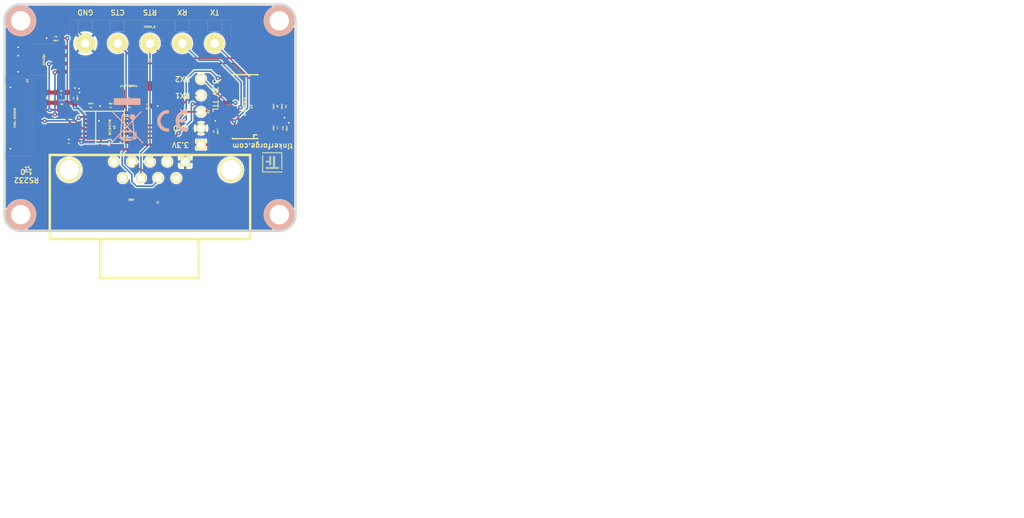
<source format=kicad_pcb>
(kicad_pcb (version 20221018) (generator pcbnew)
  (title_block (title "Serial Bricklet") (date "5 mar 2015") (rev "1.0") (company "Tinkerforge GmbH") (comment 1 "Licensed under CERN OHL v.1.1") (comment 2 "Copyright (©) 2015, B.Nordmeyer <bastian@tinkerforge.com>"))
  (layers (0 "F.Cu" signal "Vorderseite") (31 "B.Cu" signal "Rückseite") (34 "B.Paste" user) (35 "F.Paste" user) (36 "B.SilkS" user "B.Silkscreen") (37 "F.SilkS" user "F.Silkscreen") (38 "B.Mask" user) (39 "F.Mask" user) (44 "Edge.Cuts" user))
  (net 0 "")
  (net 1 "GND")
  (net 2 "SCL")
  (net 3 "SDA")
  (net 4 "VCC")
  (net 5 "Net-(C1-Pad2)")
  (net 6 "Net-(C2-Pad2)")
  (net 7 "Net-(C3-Pad1)")
  (net 8 "Net-(C3-Pad2)")
  (net 9 "Net-(C7-Pad1)")
  (net 10 "Net-(C7-Pad2)")
  (net 11 "Net-(C8-Pad1)")
  (net 12 "Net-(C8-Pad2)")
  (net 13 "Net-(C10-Pad2)")
  (net 14 "Net-(C11-Pad2)")
  (net 15 "Net-(J1-Pad2)")
  (net 16 "Net-(J1-Pad3)")
  (net 17 "Net-(J1-Pad4)")
  (net 18 "Net-(J1-Pad5)")
  (net 19 "Net-(J1-Pad6)")
  (net 20 "Net-(J1-Pad7)")
  (net 21 "Net-(J1-Pad8)")
  (net 22 "Net-(J1-Pad9)")
  (net 23 "Net-(P1-Pad1)")
  (net 24 "Net-(P1-Pad6)")
  (net 25 "Net-(P1-Pad7)")
  (net 26 "Net-(P1-Pad8)")
  (net 27 "Net-(P1-Pad9)")
  (net 28 "Net-(P1-Pad10)")
  (net 29 "Net-(P3-Pad3)")
  (net 30 "Net-(P3-Pad4)")
  (net 31 "Net-(P3-Pad5)")
  (net 32 "Net-(U1-Pad7)")
  (net 33 "Net-(U2-Pad4)")
  (net 34 "Net-(U2-Pad10)")
  (net 35 "Net-(U2-Pad11)")
  (footprint "pin_array_5x1" (layer "F.Cu") (at 155.7 99.7 90)
    (fp_text reference "P3" (at 0 1.2 90) (layer "F.SilkS") (effects (font (size 0.3 0.3) (thickness 0.075))))
    (fp_text value "CONN_5" hide)
    (pad "1" thru_hole rect (at -5.08 0 90) (size 1.524 1.524) (drill 1.016) (layers "*.Cu" "*.Mask" "F.SilkS") (net 4 "VCC"))
    (pad "2" thru_hole circle (at -2.54 0 90) (size 1.524 1.524) (drill 1.016) (layers "*.Cu" "*.Mask" "F.SilkS") (net 1 "GND"))
    (pad "3" thru_hole circle (at 0 0 90) (size 1.524 1.524) (drill 1.016) (layers "*.Cu" "*.Mask" "F.SilkS") (net 29 "Net-(P3-Pad3)"))
    (pad "4" thru_hole circle (at 2.54 0 90) (size 1.524 1.524) (drill 1.016) (layers "*.Cu" "*.Mask" "F.SilkS") (net 30 "Net-(P3-Pad4)"))
    (pad "5" thru_hole circle (at 5.08 0 90) (size 1.524 1.524) (drill 1.016) (layers "*.Cu" "*.Mask" "F.SilkS") (net 31 "Net-(P3-Pad5)"))
  )
  (footprint "0603" (layer "F.Cu") (at 141.7 98.8)
    (fp_text reference "C1" (at 0.05 0.225) (layer "F.SilkS") (effects (font (size 0.2 0.2) (thickness 0.05))))
    (fp_text value "18pF" (at 0.05 -0.375) (layer "F.SilkS") (effects (font (size 0.2 0.2) (thickness 0.05))))
    (pad "1" smd rect (at -0.8001 0) (size 0.8001 0.8001) (layers "F.Cu" "F.Paste" "F.Mask") (net 1 "GND"))
    (pad "2" smd rect (at 0.8001 0) (size 0.8001 0.8001) (layers "F.Cu" "F.Paste" "F.Mask") (net 5 "Net-(C1-Pad2)"))
  )
  (footprint "0603" (layer "F.Cu") (at 147.5 98.8 180)
    (fp_text reference "C2" (at 0.05 0.225 180) (layer "F.SilkS") (effects (font (size 0.2 0.2) (thickness 0.05))))
    (fp_text value "18pF" (at 0.05 -0.375 180) (layer "F.SilkS") (effects (font (size 0.2 0.2) (thickness 0.05))))
    (pad "1" smd rect (at -0.8001 0 180) (size 0.8001 0.8001) (layers "F.Cu" "F.Paste" "F.Mask") (net 1 "GND"))
    (pad "2" smd rect (at 0.8001 0 180) (size 0.8001 0.8001) (layers "F.Cu" "F.Paste" "F.Mask") (net 6 "Net-(C2-Pad2)"))
  )
  (footprint "0603" (layer "F.Cu") (at 132 97.5 -90)
    (fp_text reference "C3" (at 0.05 0.225 270) (layer "F.SilkS") (effects (font (size 0.2 0.2) (thickness 0.05))))
    (fp_text value "100nF" (at 0.05 -0.375 270) (layer "F.SilkS") (effects (font (size 0.2 0.2) (thickness 0.05))))
    (pad "1" smd rect (at -0.8001 0 270) (size 0.8001 0.8001) (layers "F.Cu" "F.Paste" "F.Mask") (net 7 "Net-(C3-Pad1)"))
    (pad "2" smd rect (at 0.8001 0 270) (size 0.8001 0.8001) (layers "F.Cu" "F.Paste" "F.Mask") (net 8 "Net-(C3-Pad2)"))
  )
  (footprint "0603" (layer "F.Cu") (at 136.2 97.5 -90)
    (fp_text reference "C4" (at 0.05 0.225 270) (layer "F.SilkS") (effects (font (size 0.2 0.2) (thickness 0.05))))
    (fp_text value "100nF" (at 0.05 -0.375 270) (layer "F.SilkS") (effects (font (size 0.2 0.2) (thickness 0.05))))
    (pad "1" smd rect (at -0.8001 0 270) (size 0.8001 0.8001) (layers "F.Cu" "F.Paste" "F.Mask") (net 1 "GND"))
    (pad "2" smd rect (at 0.8001 0 270) (size 0.8001 0.8001) (layers "F.Cu" "F.Paste" "F.Mask") (net 4 "VCC"))
  )
  (footprint "0603" (layer "F.Cu") (at 138.6 98.8)
    (fp_text reference "C5" (at 0.05 0.225) (layer "F.SilkS") (effects (font (size 0.2 0.2) (thickness 0.05))))
    (fp_text value "100nF" (at 0.05 -0.375) (layer "F.SilkS") (effects (font (size 0.2 0.2) (thickness 0.05))))
    (pad "1" smd rect (at -0.8001 0) (size 0.8001 0.8001) (layers "F.Cu" "F.Paste" "F.Mask") (net 4 "VCC"))
    (pad "2" smd rect (at 0.8001 0) (size 0.8001 0.8001) (layers "F.Cu" "F.Paste" "F.Mask") (net 1 "GND"))
  )
  (footprint "0603" (layer "F.Cu") (at 133.3 88.3 180)
    (fp_text reference "C6" (at 0.05 0.225 180) (layer "F.SilkS") (effects (font (size 0.2 0.2) (thickness 0.05))))
    (fp_text value "100nF" (at 0.05 -0.375 180) (layer "F.SilkS") (effects (font (size 0.2 0.2) (thickness 0.05))))
    (pad "1" smd rect (at -0.8001 0 180) (size 0.8001 0.8001) (layers "F.Cu" "F.Paste" "F.Mask") (net 4 "VCC"))
    (pad "2" smd rect (at 0.8001 0 180) (size 0.8001 0.8001) (layers "F.Cu" "F.Paste" "F.Mask") (net 1 "GND"))
  )
  (footprint "0603" (layer "F.Cu") (at 167.3 102.2 90)
    (fp_text reference "C7" (at 0.05 0.225 90) (layer "F.SilkS") (effects (font (size 0.2 0.2) (thickness 0.05))))
    (fp_text value "100nF" (at 0.05 -0.375 90) (layer "F.SilkS") (effects (font (size 0.2 0.2) (thickness 0.05))))
    (pad "1" smd rect (at -0.8001 0 90) (size 0.8001 0.8001) (layers "F.Cu" "F.Paste" "F.Mask") (net 9 "Net-(C7-Pad1)"))
    (pad "2" smd rect (at 0.8001 0 90) (size 0.8001 0.8001) (layers "F.Cu" "F.Paste" "F.Mask") (net 10 "Net-(C7-Pad2)"))
  )
  (footprint "0603" (layer "F.Cu") (at 167.3 98.9 90)
    (fp_text reference "C8" (at 0.05 0.225 90) (layer "F.SilkS") (effects (font (size 0.2 0.2) (thickness 0.05))))
    (fp_text value "100nF" (at 0.05 -0.375 90) (layer "F.SilkS") (effects (font (size 0.2 0.2) (thickness 0.05))))
    (pad "1" smd rect (at -0.8001 0 90) (size 0.8001 0.8001) (layers "F.Cu" "F.Paste" "F.Mask") (net 11 "Net-(C8-Pad1)"))
    (pad "2" smd rect (at 0.8001 0 90) (size 0.8001 0.8001) (layers "F.Cu" "F.Paste" "F.Mask") (net 12 "Net-(C8-Pad2)"))
  )
  (footprint "0603" (layer "F.Cu") (at 157.9 102.7 -90)
    (fp_text reference "C9" (at 0.05 0.225 270) (layer "F.SilkS") (effects (font (size 0.2 0.2) (thickness 0.05))))
    (fp_text value "100nF" (at 0.05 -0.375 270) (layer "F.SilkS") (effects (font (size 0.2 0.2) (thickness 0.05))))
    (pad "1" smd rect (at -0.8001 0 270) (size 0.8001 0.8001) (layers "F.Cu" "F.Paste" "F.Mask") (net 1 "GND"))
    (pad "2" smd rect (at 0.8001 0 270) (size 0.8001 0.8001) (layers "F.Cu" "F.Paste" "F.Mask") (net 4 "VCC"))
  )
  (footprint "0603" (layer "F.Cu") (at 168.6 102.2 -90)
    (fp_text reference "C10" (at 0.05 0.225 270) (layer "F.SilkS") (effects (font (size 0.2 0.2) (thickness 0.05))))
    (fp_text value "100nF" (at 0.05 -0.375 270) (layer "F.SilkS") (effects (font (size 0.2 0.2) (thickness 0.05))))
    (pad "1" smd rect (at -0.8001 0 270) (size 0.8001 0.8001) (layers "F.Cu" "F.Paste" "F.Mask") (net 1 "GND"))
    (pad "2" smd rect (at 0.8001 0 270) (size 0.8001 0.8001) (layers "F.Cu" "F.Paste" "F.Mask") (net 13 "Net-(C10-Pad2)"))
  )
  (footprint "0603" (layer "F.Cu") (at 168.6 98.9 90)
    (fp_text reference "C11" (at 0.05 0.225 90) (layer "F.SilkS") (effects (font (size 0.2 0.2) (thickness 0.05))))
    (fp_text value "100nF" (at 0.05 -0.375 90) (layer "F.SilkS") (effects (font (size 0.2 0.2) (thickness 0.05))))
    (pad "1" smd rect (at -0.8001 0 90) (size 0.8001 0.8001) (layers "F.Cu" "F.Paste" "F.Mask") (net 1 "GND"))
    (pad "2" smd rect (at 0.8001 0 90) (size 0.8001 0.8001) (layers "F.Cu" "F.Paste" "F.Mask") (net 14 "Net-(C11-Pad2)"))
  )
  (footprint "0603" (layer "F.Cu") (at 134.1 98.3)
    (fp_text reference "FB1" (at 0.05 0.225) (layer "F.SilkS") (effects (font (size 0.2 0.2) (thickness 0.05))))
    (fp_text value "FILTER" (at 0.05 -0.375) (layer "F.SilkS") (effects (font (size 0.2 0.2) (thickness 0.05))))
    (pad "1" smd rect (at -0.8001 0) (size 0.8001 0.8001) (layers "F.Cu" "F.Paste" "F.Mask") (net 8 "Net-(C3-Pad2)"))
    (pad "2" smd rect (at 0.8001 0) (size 0.8001 0.8001) (layers "F.Cu" "F.Paste" "F.Mask") (net 4 "VCC"))
  )
  (footprint "SUB09-EU" (layer "F.Cu") (at 147.8 107.4 180)
    (fp_text reference "J1" (at -1.2 -6.3 180) (layer "F.SilkS") (effects (font (size 0.3 0.3) (thickness 0.075))))
    (fp_text value "DB9" (at 2.9 -5.9 180) (layer "F.SilkS") (effects (font (size 0.3 0.3) (thickness 0.075))))
    (pad "" thru_hole circle (at -12.49934 -1.27 180) (size 3.81 3.81) (drill 3.048) (layers "*.Cu" "*.Mask" "F.SilkS"))
    (pad "" thru_hole circle (at 12.49934 -1.27 180) (size 3.81 3.81) (drill 3.048) (layers "*.Cu" "*.Mask" "F.SilkS"))
    (pad "1" thru_hole rect (at -5.461 0 180) (size 1.524 1.524) (drill 1.016) (layers "*.Cu" "*.Mask" "F.SilkS") (net 1 "GND"))
    (pad "2" thru_hole circle (at -2.667 0 180) (size 1.524 1.524) (drill 1.016) (layers "*.Cu" "*.Mask" "F.SilkS") (net 15 "Net-(J1-Pad2)"))
    (pad "3" thru_hole circle (at 0 0 180) (size 1.524 1.524) (drill 1.016) (layers "*.Cu" "*.Mask" "F.SilkS") (net 16 "Net-(J1-Pad3)"))
    (pad "4" thru_hole circle (at 2.794 0 180) (size 1.524 1.524) (drill 1.016) (layers "*.Cu" "*.Mask" "F.SilkS") (net 17 "Net-(J1-Pad4)"))
    (pad "5" thru_hole circle (at 5.588 0 180) (size 1.524 1.524) (drill 1.016) (layers "*.Cu" "*.Mask" "F.SilkS") (net 18 "Net-(J1-Pad5)"))
    (pad "6" thru_hole circle (at -4.064 -2.54 180) (size 1.524 1.524) (drill 1.016) (layers "*.Cu" "*.Mask" "F.SilkS") (net 19 "Net-(J1-Pad6)"))
    (pad "7" thru_hole circle (at -1.27 -2.54 180) (size 1.524 1.524) (drill 1.016) (layers "*.Cu" "*.Mask" "F.SilkS") (net 20 "Net-(J1-Pad7)"))
    (pad "8" thru_hole circle (at 1.397 -2.54 180) (size 1.524 1.524) (drill 1.016) (layers "*.Cu" "*.Mask" "F.SilkS") (net 21 "Net-(J1-Pad8)"))
    (pad "9" thru_hole circle (at 4.191 -2.54 180) (size 1.524 1.524) (drill 1.016) (layers "*.Cu" "*.Mask" "F.SilkS") (net 22 "Net-(J1-Pad9)"))
  )
  (footprint "CON-SENSOR" (layer "F.Cu") (at 125.3 100.6 -90)
    (fp_text reference "P1" (at 7.9502 -3.50012 270) (layer "F.SilkS") (effects (font (size 0.59944 0.59944) (thickness 0.12446))))
    (fp_text value "CON-SENSOR" (at 0 -1.6002 270) (layer "F.SilkS") (effects (font (size 0.29972 0.29972) (thickness 0.07112))))
    (pad "1" smd rect (at -4.50088 -4.7752 270) (size 0.59944 1.5494) (layers "F.Cu" "F.Paste" "F.Mask") (net 23 "Net-(P1-Pad1)"))
    (pad "2" smd rect (at -3.50012 -4.7752 270) (size 0.59944 1.5494) (layers "F.Cu" "F.Paste" "F.Mask") (net 7 "Net-(C3-Pad1)"))
    (pad "3" smd rect (at -2.49936 -4.7752 270) (size 0.59944 1.5494) (layers "F.Cu" "F.Paste" "F.Mask") (net 8 "Net-(C3-Pad2)"))
    (pad "4" smd rect (at -1.50114 -4.7752 270) (size 0.59944 1.5494) (layers "F.Cu" "F.Paste" "F.Mask") (net 2 "SCL"))
    (pad "5" smd rect (at -0.50038 -4.7752 270) (size 0.59944 1.5494) (layers "F.Cu" "F.Paste" "F.Mask") (net 3 "SDA"))
    (pad "6" smd rect (at 0.50038 -4.7752 270) (size 0.59944 1.5494) (layers "F.Cu" "F.Paste" "F.Mask") (net 24 "Net-(P1-Pad6)"))
    (pad "7" smd rect (at 1.50114 -4.7752 270) (size 0.59944 1.5494) (layers "F.Cu" "F.Paste" "F.Mask") (net 25 "Net-(P1-Pad7)"))
    (pad "8" smd rect (at 2.49936 -4.7752 270) (size 0.59944 1.5494) (layers "F.Cu" "F.Paste" "F.Mask") (net 26 "Net-(P1-Pad8)"))
    (pad "9" smd rect (at 3.50012 -4.7752 270) (size 0.59944 1.5494) (layers "F.Cu" "F.Paste" "F.Mask") (net 27 "Net-(P1-Pad9)"))
    (pad "10" smd rect (at 4.50088 -4.7752 270) (size 0.59944 1.5494) (layers "F.Cu" "F.Paste" "F.Mask") (net 28 "Net-(P1-Pad10)"))
    (pad "EP" smd rect (at -5.79882 -0.89916 270) (size 1.19888 1.80086) (layers "F.Cu" "F.Paste" "F.Mask") (net 1 "GND"))
    (pad "EP" smd rect (at 5.79882 -0.89916 270) (size 1.19888 1.80086) (layers "F.Cu" "F.Paste" "F.Mask") (net 1 "GND"))
  )
  (footprint "AKL_5_5" (layer "F.Cu") (at 147.8 89.1)
    (fp_text reference "P2" (at 0 2.60096) (layer "F.SilkS") (effects (font (size 0.3 0.3) (thickness 0.075))))
    (fp_text value "CONN_5" (at -0.0508 -2.55016) (layer "F.SilkS") (effects (font (size 0.29972 0.29972) (thickness 0.07493))))
    (pad "1" thru_hole circle (at -10 0) (size 2.99974 2.99974) (drill 1.30048) (layers "*.Cu" "*.Mask" "F.SilkS") (net 1 "GND"))
    (pad "2" thru_hole circle (at -5 0) (size 2.99974 2.99974) (drill 1.30048) (layers "*.Cu" "*.Mask" "F.SilkS") (net 20 "Net-(J1-Pad7)"))
    (pad "3" thru_hole circle (at 0 0) (size 2.99974 2.99974) (drill 1.30048) (layers "*.Cu" "*.Mask" "F.SilkS") (net 21 "Net-(J1-Pad8)"))
    (pad "4" thru_hole circle (at 5 0) (size 2.99974 2.99974) (drill 1.30048) (layers "*.Cu" "*.Mask" "F.SilkS") (net 17 "Net-(J1-Pad4)"))
    (pad "5" thru_hole circle (at 10 0) (size 2.99974 2.99974) (drill 1.30048) (layers "*.Cu" "*.Mask" "F.SilkS") (net 16 "Net-(J1-Pad3)"))
  )
  (footprint "0603" (layer "F.Cu") (at 144.6 98.8)
    (fp_text reference "R1" (at 0.05 0.225) (layer "F.SilkS") (effects (font (size 0.2 0.2) (thickness 0.05))))
    (fp_text value "1M" (at 0.05 -0.375) (layer "F.SilkS") (effects (font (size 0.2 0.2) (thickness 0.05))))
    (pad "1" smd rect (at -0.8001 0) (size 0.8001 0.8001) (layers "F.Cu" "F.Paste" "F.Mask") (net 5 "Net-(C1-Pad2)"))
    (pad "2" smd rect (at 0.8001 0) (size 0.8001 0.8001) (layers "F.Cu" "F.Paste" "F.Mask") (net 6 "Net-(C2-Pad2)"))
  )
  (footprint "0603" (layer "F.Cu") (at 135.3 104.2 180)
    (fp_text reference "R2" (at 0.05 0.225 180) (layer "F.SilkS") (effects (font (size 0.2 0.2) (thickness 0.05))))
    (fp_text value "0" (at 0.05 -0.375 180) (layer "F.SilkS") (effects (font (size 0.2 0.2) (thickness 0.05))))
    (pad "1" smd rect (at -0.8001 0 180) (size 0.8001 0.8001) (layers "F.Cu" "F.Paste" "F.Mask") (net 4 "VCC"))
    (pad "2" smd rect (at 0.8001 0 180) (size 0.8001 0.8001) (layers "F.Cu" "F.Paste" "F.Mask") (net 26 "Net-(P1-Pad8)"))
  )
  (footprint "0603" (layer "F.Cu") (at 134.1 96.7 180)
    (fp_text reference "R3" (at 0.05 0.225 180) (layer "F.SilkS") (effects (font (size 0.2 0.2) (thickness 0.05))))
    (fp_text value "0" (at 0.05 -0.375 180) (layer "F.SilkS") (effects (font (size 0.2 0.2) (thickness 0.05))))
    (pad "1" smd rect (at -0.8001 0 180) (size 0.8001 0.8001) (layers "F.Cu" "F.Paste" "F.Mask") (net 1 "GND"))
    (pad "2" smd rect (at 0.8001 0 180) (size 0.8001 0.8001) (layers "F.Cu" "F.Paste" "F.Mask") (net 7 "Net-(C3-Pad1)"))
  )
  (footprint "SOIC8" (layer "F.Cu") (at 131.4 91.6 -90)
    (fp_text reference "U1" (at 3.29946 2.60096 270) (layer "F.SilkS") (effects (font (size 0.29972 0.29972) (thickness 0.0762))))
    (fp_text value "M24C64" (at 0 0 270) (layer "F.SilkS") (effects (font (size 0.29972 0.29972) (thickness 0.0762))))
    (pad "1" smd rect (at -1.90246 2.69748 90) (size 0.59944 1.5494) (layers "F.Cu" "F.Paste" "F.Mask") (net 1 "GND"))
    (pad "2" smd rect (at -0.63246 2.69748 90) (size 0.59944 1.5494) (layers "F.Cu" "F.Paste" "F.Mask") (net 1 "GND"))
    (pad "3" smd rect (at 0.63246 2.69748 90) (size 0.59944 1.5494) (layers "F.Cu" "F.Paste" "F.Mask") (net 24 "Net-(P1-Pad6)"))
    (pad "4" smd rect (at 1.90246 2.69748 90) (size 0.59944 1.5494) (layers "F.Cu" "F.Paste" "F.Mask") (net 1 "GND"))
    (pad "5" smd rect (at 1.90246 -2.69748 270) (size 0.59944 1.5494) (layers "F.Cu" "F.Paste" "F.Mask") (net 3 "SDA"))
    (pad "6" smd rect (at 0.63246 -2.69748 270) (size 0.59944 1.5494) (layers "F.Cu" "F.Paste" "F.Mask") (net 2 "SCL"))
    (pad "7" smd rect (at -0.63246 -2.69748 270) (size 0.59944 1.5494) (layers "F.Cu" "F.Paste" "F.Mask") (net 32 "Net-(U1-Pad7)"))
    (pad "8" smd rect (at -1.90246 -2.69748 270) (size 0.59944 1.5494) (layers "F.Cu" "F.Paste" "F.Mask") (net 4 "VCC"))
  )
  (footprint "TSSOP16" (layer "F.Cu") (at 141.6 102.1 -90)
    (fp_text reference "U2" (at 0 -0.7 270) (layer "F.SilkS") (effects (font (size 0.3 0.3) (thickness 0.075))))
    (fp_text value "SC16IS740" (at 0 0 270) (layer "F.SilkS") (effects (font (size 0.3 0.3) (thickness 0.075))))
    (pad "1" smd rect (at -2.2733 2.97434 90) (size 0.4191 1.778) (layers "F.Cu" "F.Paste" "F.Mask") (net 4 "VCC"))
    (pad "2" smd rect (at -1.62306 2.97434 90) (size 0.4191 1.778) (layers "F.Cu" "F.Paste" "F.Mask") (net 24 "Net-(P1-Pad6)"))
    (pad "3" smd rect (at -0.97282 2.97434 90) (size 0.4191 1.778) (layers "F.Cu" "F.Paste" "F.Mask") (net 1 "GND"))
    (pad "4" smd rect (at -0.32258 2.97434 90) (size 0.4191 1.778) (layers "F.Cu" "F.Paste" "F.Mask") (net 33 "Net-(U2-Pad4)"))
    (pad "5" smd rect (at 0.32258 2.97434 90) (size 0.4191 1.778) (layers "F.Cu" "F.Paste" "F.Mask") (net 2 "SCL"))
    (pad "6" smd rect (at 0.97282 2.97434 90) (size 0.4191 1.778) (layers "F.Cu" "F.Paste" "F.Mask") (net 3 "SDA"))
    (pad "7" smd rect (at 1.62306 2.97434 90) (size 0.4191 1.778) (layers "F.Cu" "F.Paste" "F.Mask") (net 25 "Net-(P1-Pad7)"))
    (pad "8" smd rect (at 2.2733 2.97434 90) (size 0.4191 1.778) (layers "F.Cu" "F.Paste" "F.Mask") (net 4 "VCC"))
    (pad "9" smd rect (at 2.2733 -2.97434 270) (size 0.4191 1.778) (layers "F.Cu" "F.Paste" "F.Mask") (net 1 "GND"))
    (pad "10" smd rect (at 1.62306 -2.97434 270) (size 0.4191 1.778) (layers "F.Cu" "F.Paste" "F.Mask") (net 34 "Net-(U2-Pad10)"))
    (pad "11" smd rect (at 0.97282 -2.97434 270) (size 0.4191 1.778) (layers "F.Cu" "F.Paste" "F.Mask") (net 35 "Net-(U2-Pad11)"))
    (pad "12" smd rect (at 0.32258 -2.97434 270) (size 0.4191 1.778) (layers "F.Cu" "F.Paste" "F.Mask") (net 29 "Net-(P3-Pad3)"))
    (pad "13" smd rect (at -0.32258 -2.97434 270) (size 0.4191 1.778) (layers "F.Cu" "F.Paste" "F.Mask") (net 30 "Net-(P3-Pad4)"))
    (pad "14" smd rect (at -0.97282 -2.97434 270) (size 0.4191 1.778) (layers "F.Cu" "F.Paste" "F.Mask") (net 26 "Net-(P1-Pad8)"))
    (pad "15" smd rect (at -1.62306 -2.97434 270) (size 0.4191 1.778) (layers "F.Cu" "F.Paste" "F.Mask") (net 5 "Net-(C1-Pad2)"))
    (pad "16" smd rect (at -2.2733 -2.97434 270) (size 0.4191 1.778) (layers "F.Cu" "F.Paste" "F.Mask") (net 6 "Net-(C2-Pad2)"))
  )
  (footprint "SOIC16" (layer "F.Cu") (at 162.5 98.9 90)
    (fp_text reference "U3" (at 0 1 90) (layer "F.SilkS") (effects (font (size 0.3 0.3) (thickness 0.075))))
    (fp_text value "SP3232EBCN" (at 0 0 90) (layer "F.SilkS") (effects (font (size 0.29972 0.29972) (thickness 0.07112))))
    (pad "1" smd rect (at -4.44246 2.69748 270) (size 0.59944 1.4986) (layers "F.Cu" "F.Paste" "F.Mask") (net 9 "Net-(C7-Pad1)"))
    (pad "2" smd rect (at -3.17246 2.69748 270) (size 0.59944 1.4986) (layers "F.Cu" "F.Paste" "F.Mask") (net 13 "Net-(C10-Pad2)"))
    (pad "3" smd rect (at -1.90246 2.69748 270) (size 0.59944 1.4986) (layers "F.Cu" "F.Paste" "F.Mask") (net 10 "Net-(C7-Pad2)"))
    (pad "4" smd rect (at -0.63246 2.69748 270) (size 0.59944 1.4986) (layers "F.Cu" "F.Paste" "F.Mask") (net 11 "Net-(C8-Pad1)"))
    (pad "5" smd rect (at 0.63246 2.69748 270) (size 0.59944 1.4986) (layers "F.Cu" "F.Paste" "F.Mask") (net 12 "Net-(C8-Pad2)"))
    (pad "6" smd rect (at 1.90246 2.69748 270) (size 0.59944 1.4986) (layers "F.Cu" "F.Paste" "F.Mask") (net 14 "Net-(C11-Pad2)"))
    (pad "7" smd rect (at 3.17246 2.69748 270) (size 0.59944 1.4986) (layers "F.Cu" "F.Paste" "F.Mask") (net 21 "Net-(J1-Pad8)"))
    (pad "8" smd rect (at 4.44246 2.69748 270) (size 0.59944 1.4986) (layers "F.Cu" "F.Paste" "F.Mask") (net 20 "Net-(J1-Pad7)"))
    (pad "9" smd rect (at 4.44246 -2.69748 90) (size 0.59944 1.4986) (layers "F.Cu" "F.Paste" "F.Mask") (net 35 "Net-(U2-Pad11)"))
    (pad "10" smd rect (at 3.17246 -2.69748 90) (size 0.59944 1.4986) (layers "F.Cu" "F.Paste" "F.Mask") (net 34 "Net-(U2-Pad10)"))
    (pad "11" smd rect (at 1.90246 -2.69748 90) (size 0.59944 1.4986) (layers "F.Cu" "F.Paste" "F.Mask") (net 29 "Net-(P3-Pad3)"))
    (pad "12" smd rect (at 0.63246 -2.69748 90) (size 0.59944 1.4986) (layers "F.Cu" "F.Paste" "F.Mask") (net 31 "Net-(P3-Pad5)"))
    (pad "13" smd rect (at -0.63246 -2.69748 90) (size 0.59944 1.4986) (layers "F.Cu" "F.Paste" "F.Mask") (net 17 "Net-(J1-Pad4)"))
    (pad "14" smd rect (at -1.90246 -2.69748 90) (size 0.59944 1.4986) (layers "F.Cu" "F.Paste" "F.Mask") (net 16 "Net-(J1-Pad3)"))
    (pad "15" smd rect (at -3.17246 -2.69748 90) (size 0.59944 1.4986) (layers "F.Cu" "F.Paste" "F.Mask") (net 1 "GND"))
    (pad "16" smd rect (at -4.44246 -2.69748 90) (size 0.59944 1.4986) (layers "F.Cu" "F.Paste" "F.Mask") (net 4 "VCC"))
  )
  (footprint "DRILL_NP" (layer "F.Cu") (at 167.8 115.6 90)
    (fp_text reference "U4" hide)
    (fp_text value "DRILL" hide)
    (pad "" np_thru_hole circle (at 0 0 90) (size 2.99974 2.99974) (drill 2.99974) (layers "*.Cu" "*.Mask" "F.SilkS") (clearance 0.89916))
  )
  (footprint "DRILL_NP" (layer "F.Cu") (at 167.8 85.6)
    (fp_text reference "U5" hide)
    (fp_text value "DRILL" hide)
    (pad "" np_thru_hole circle (at 0 0) (size 2.99974 2.99974) (drill 2.99974) (layers "*.Cu" "*.Mask" "F.SilkS") (clearance 0.89916))
  )
  (footprint "DRILL_NP" (layer "F.Cu") (at 127.8 115.6 90)
    (fp_text reference "U6" hide)
    (fp_text value "DRILL" hide)
    (pad "" np_thru_hole circle (at 0 0 90) (size 2.99974 2.99974) (drill 2.99974) (layers "*.Cu" "*.Mask" "F.SilkS") (clearance 0.89916))
  )
  (footprint "DRILL_NP" (layer "F.Cu") (at 127.8 85.6)
    (fp_text reference "U7" hide)
    (fp_text value "DRILL" hide)
    (pad "" np_thru_hole circle (at 0 0) (size 2.99974 2.99974) (drill 2.99974) (layers "*.Cu" "*.Mask" "F.SilkS") (clearance 0.89916))
  )
  (footprint "HC49_US" (layer "F.Cu") (at 144.5 95.7 180)
    (fp_text reference "X1" (at 0 -1.89992 180) (layer "F.SilkS") (effects (font (size 0.29972 0.29972) (thickness 0.0762))))
    (fp_text value "14.7456Mhz" (at 0 0 180) (layer "F.SilkS") (effects (font (size 0.29972 0.29972) (thickness 0.0762))))
    (pad "1" smd rect (at -4.24942 0 180) (size 5.4991 1.50114) (layers "F.Cu" "F.Paste" "F.Mask") (net 6 "Net-(C2-Pad2)"))
    (pad "2" smd rect (at 4.24942 0 180) (size 5.4991 1.50114) (layers "F.Cu" "F.Paste" "F.Mask") (net 5 "Net-(C1-Pad2)"))
  )
  (footprint "Logo_31x31" (layer "F.Cu") (at 168.3 109.1 180)
    (fp_text reference "G***" hide)
    (fp_text value "Logo_31x31" hide)
  )
  (footprint "Fiducial_Mark" (layer "F.Cu") (at 132.8 85.6)
    (fp_text reference "Fiducial_Mark" hide)
    (fp_text value "VAL**" hide)
    (pad "1" smd circle (at 0 0) (size 1.00076 1.00076) (layers "F.Cu" "F.Mask") (clearance 0.65024))
  )
  (footprint "Fiducial_Mark" (layer "F.Cu") (at 167.8 110.6)
    (fp_text reference "Fiducial_Mark" hide)
    (fp_text value "VAL**" hide)
    (pad "1" smd circle (at 0 0) (size 1.00076 1.00076) (layers "F.Cu" "F.Mask") (clearance 0.65024))
  )
  (footprint "Fiducial_Mark" (layer "F.Cu") (at 162.8 85.6)
    (fp_text reference "Fiducial_Mark" hide)
    (fp_text value "VAL**" hide)
    (pad "1" smd circle (at 0 0) (size 1.00076 1.00076) (layers "F.Cu" "F.Mask") (clearance 0.65024))
  )
  (footprint "WEEE_7mm" (layer "B.Cu") (at 144.3 101.1 180)
    (fp_text reference "VAL" hide)
    (fp_text value "WEEE_7mm" hide)
  )
  (footprint "CE_5mm" (layer "B.Cu") (at 151.3 101.1)
    (fp_text reference "VAL" hide)
    (fp_text value "CE_5mm" hide)
  )
  (gr_arc (start 125.3 85.6) (mid 126.032233 83.832233) (end 127.8 83.1) (stroke (width 0.381)) (layer "Edge.Cuts"))
  (gr_arc (start 170.3 115.6) (mid 169.567767 117.367767) (end 167.8 118.1) (stroke (width 0.381)) (layer "Edge.Cuts"))
  (gr_line (start 127.8 83.1) (end 167.8 83.1) (stroke (width 0.381)) (layer "Edge.Cuts"))
  (gr_arc (start 127.8 118.1) (mid 126.032233 117.367767) (end 125.3 115.6) (stroke (width 0.381)) (layer "Edge.Cuts"))
  (gr_line (start 125.3 115.6) (end 125.3 85.6) (stroke (width 0.381)) (layer "Edge.Cuts"))
  (gr_line (start 170.3 85.6) (end 170.3 115.6) (stroke (width 0.381)) (layer "Edge.Cuts"))
  (gr_arc (start 167.8 83.1) (mid 169.567767 83.832233) (end 170.3 85.6) (stroke (width 0.381)) (layer "Edge.Cuts"))
  (gr_line (start 167.8 118.1) (end 127.8 118.1) (stroke (width 0.381)) (layer "Edge.Cuts"))
  (gr_text "3.3V" (at 153.9 104.8 180) (layer "F.SilkS") (effects (font (size 0.8 0.8)) (justify left)))
  (gr_text "RX2" (at 154.1 94.6 180) (layer "F.SilkS") (effects (font (size 0.8 0.8)) (justify left)))
  (gr_text "RS232\n1.0" (at 128.7 109.6 180) (layer "F.SilkS") (effects (font (size 0.8001 0.8001) (thickness 0.14986))))
  (gr_text "TX" (at 153.9 99.7 180) (layer "F.SilkS") (effects (font (size 0.8 0.8)) (justify left)))
  (gr_text "TX" (at 157.8 84.3 180) (layer "F.SilkS") (effects (font (size 0.8 0.8))))
  (gr_text "3.3V TTL" (at 157.9 97.2 270) (layer "F.SilkS") (effects (font (size 0.8 0.8))))
  (gr_text "RX" (at 152.8 84.3 180) (layer "F.SilkS") (effects (font (size 0.8 0.8))))
  (gr_text "RX1" (at 154.1 97.2 180) (layer "F.SilkS") (effects (font (size 0.8 0.8)) (justify left)))
  (gr_text "GND" (at 137.8 84.3 180) (layer "F.SilkS") (effects (font (size 0.8 0.8))))
  (gr_text "RTS" (at 147.8 84.3 180) (layer "F.SilkS") (effects (font (size 0.8 0.8))))
  (gr_text "CTS" (at 142.8 84.3 180) (layer "F.SilkS") (effects (font (size 0.8 0.8))))
  (gr_text "tinkerforge.com" (at 165.2 105 180) (layer "F.SilkS") (effects (font (size 0.8001 0.8001) (thickness 0.14986))))
  (gr_text "GND" (at 153.9 102.2 180) (layer "F.SilkS") (effects (font (size 0.8 0.8)) (justify left)))
  (segment (start 136.1999 96.7) (end 136.2 96.6999) (width 0.59944) (layer "F.Cu") (net 1))
  (segment (start 136.8999 96.6999) (end 136.9 96.7) (width 0.59944) (layer "F.Cu") (net 1))
  (segment (start 169.2999 101.3999) (end 169.3 101.4) (width 0.59944) (layer "F.Cu") (net 1))
  (segment (start 143.2267 104.3733) (end 143.2 104.4) (width 0.5) (layer "F.Cu") (net 1))
  (segment (start 139.87282 101.12718) (end 139.9 101.1) (width 0.25) (layer "F.Cu") (net 1))
  (segment (start 158.72754 102.07246) (end 158.55498 101.8999) (width 0.5) (layer "F.Cu") (net 1))
  (segment (start 158.55498 101.8999) (end 157.9 101.8999) (width 0.5) (layer "F.Cu") (net 1))
  (segment (start 127.40246 89.69754) (end 127.4 89.7) (width 0.249) (layer "F.Cu") (net 1))
  (segment (start 127.43246 90.96754) (end 127.4 91) (width 0.249) (layer "F.Cu") (net 1))
  (segment (start 127.40246 93.50246) (end 127.4 93.5) (width 0.249) (layer "F.Cu") (net 1))
  (segment (start 126.19916 95.89916) (end 126.2 95.9) (width 0.249) (layer "F.Cu") (net 1))
  (segment (start 126.19916 105.40084) (end 126.2 105.4) (width 0.249) (layer "F.Cu") (net 1))
  (segment (start 136.2001 96.6999) (end 136.8 96.1) (width 0.35052) (layer "F.Cu") (net 1))
  (segment (start 136.8999 96.6999) (end 136.2 96.6999) (width 0.59944) (layer "F.Cu") (net 1))
  (segment (start 159.80252 102.07246) (end 158.72754 102.07246) (width 0.5) (layer "F.Cu") (net 1))
  (segment (start 140.8999 98.8) (end 140.1 98.8) (width 0.249) (layer "F.Cu") (net 1))
  (segment (start 168.6 99.7001) (end 168.6 100.6) (width 0.59944) (layer "F.Cu") (net 1))
  (segment (start 134.9001 96.7) (end 136.1999 96.7) (width 0.59944) (layer "F.Cu") (net 1))
  (segment (start 168.6 101.3999) (end 169.2999 101.3999) (width 0.59944) (layer "F.Cu") (net 1))
  (segment (start 127.43246 90.96754) (end 128.70252 90.96754) (width 0.249) (layer "F.Cu") (net 1))
  (segment (start 126.19916 94.80118) (end 126.19916 95.89916) (width 0.249) (layer "F.Cu") (net 1))
  (segment (start 126.19916 105.40084) (end 126.19916 106.39882) (width 0.249) (layer "F.Cu") (net 1))
  (segment (start 127.40246 93.50246) (end 128.70252 93.50246) (width 0.249) (layer "F.Cu") (net 1))
  (segment (start 139.87282 101.12718) (end 138.62566 101.12718) (width 0.25) (layer "F.Cu") (net 1))
  (segment (start 148.3001 98.8) (end 149 98.8) (width 0.25) (layer "F.Cu") (net 1))
  (segment (start 128.70252 89.69754) (end 127.40246 89.69754) (width 0.249) (layer "F.Cu") (net 1))
  (segment (start 131.8 88.3) (end 132.4999 88.3) (width 0.249) (layer "F.Cu") (net 1))
  (segment (start 168.6 100.6) (end 168.6 101.3999) (width 0.59944) (layer "F.Cu") (net 1))
  (segment (start 136.2 96.6999) (end 136.2001 96.6999) (width 0.35052) (layer "F.Cu") (net 1))
  (segment (start 157.9 101.8999) (end 157.9 101.1) (width 0.5) (layer "F.Cu") (net 1))
  (segment (start 136.2 96.6999) (end 136.2 96) (width 0.59944) (layer "F.Cu") (net 1))
  (segment (start 143.2267 104.3733) (end 144.57434 104.3733) (width 0.5) (layer "F.Cu") (net 1))
  (segment (start 140.1 98.8) (end 139.4001 98.8) (width 0.249) (layer "F.Cu") (net 1))
  (via (at 127.4 89.7) (size 0.70104) (drill 0.24892) (layers "F.Cu" "B.Cu") (net 1))
  (via (at 136.8 96.1) (size 0.70104) (drill 0.24892) (layers "F.Cu" "B.Cu") (net 1))
  (via (at 126.2 95.9) (size 0.70104) (drill 0.24892) (layers "F.Cu" "B.Cu") (net 1))
  (via (at 139.9 101.1) (size 0.70104) (drill 0.24892) (layers "F.Cu" "B.Cu") (net 1))
  (via (at 157.9 101.1) (size 0.70104) (drill 0.24892) (layers "F.Cu" "B.Cu") (net 1))
  (via (at 140.1 98.8) (size 0.70104) (drill 0.24892) (layers "F.Cu" "B.Cu") (net 1))
  (via (at 136.9 96.7) (size 0.70104) (drill 0.24892) (layers "F.Cu" "B.Cu") (net 1))
  (via (at 127.4 91) (size 0.70104) (drill 0.24892) (layers "F.Cu" "B.Cu") (net 1))
  (via (at 136.2 96) (size 0.70104) (drill 0.24892) (layers "F.Cu" "B.Cu") (net 1))
  (via (at 131.8 88.3) (size 0.70104) (drill 0.24892) (layers "F.Cu" "B.Cu") (net 1))
  (via (at 168.6 100.6) (size 0.70104) (drill 0.24892) (layers "F.Cu" "B.Cu") (net 1))
  (via (at 126.2 105.4) (size 0.70104) (drill 0.24892) (layers "F.Cu" "B.Cu") (net 1))
  (via (at 149 98.8) (size 0.70104) (drill 0.24892) (layers "F.Cu" "B.Cu") (net 1))
  (via (at 127.4 93.5) (size 0.70104) (drill 0.24892) (layers "F.Cu" "B.Cu") (net 1))
  (via (at 169.3 101.4) (size 0.70104) (drill 0.24892) (layers "F.Cu" "B.Cu") (net 1))
  (via (at 143.2 104.4) (size 0.70104) (drill 0.24892) (layers "F.Cu" "B.Cu") (net 1))
  (segment (start 142.212 105.388) (end 143.2 104.4) (width 0.249) (layer "B.Cu") (net 1))
  (segment (start 139.9 99) (end 140.1 98.8) (width 0.249) (layer "B.Cu") (net 1))
  (segment (start 139 98.8) (end 136.9 96.7) (width 0.249) (layer "B.Cu") (net 1))
  (segment (start 128.8 88.3) (end 127.4 89.7) (width 0.249) (layer "B.Cu") (net 1))
  (segment (start 127.1 91) (end 126.6 91.5) (width 0.249) (layer "B.Cu") (net 1))
  (segment (start 126.6 91.5) (end 126.6 92.7) (width 0.249) (layer "B.Cu") (net 1))
  (segment (start 126.6 92.7) (end 127.4 93.5) (width 0.249) (layer "B.Cu") (net 1))
  (segment (start 126.2 94.7) (end 127.4 93.5) (width 0.249) (layer "B.Cu") (net 1))
  (segment (start 142.2 105.4) (end 142.212 105.388) (width 0.249) (layer "B.Cu") (net 1))
  (segment (start 168.6 100.9) (end 167.5 102) (width 0.25) (layer "B.Cu") (net 1))
  (segment (start 167.5 102) (end 158.8 102) (width 0.25) (layer "B.Cu") (net 1))
  (segment (start 158.8 102) (end 157.9 101.1) (width 0.25) (layer "B.Cu") (net 1))
  (segment (start 140.2 105.4) (end 140.8 105.4) (width 0.249) (layer "B.Cu") (net 1))
  (segment (start 156.84 101.1) (end 155.7 102.24) (width 0.25) (layer "B.Cu") (net 1))
  (segment (start 149 102.2) (end 150.7 103.9) (width 0.25) (layer "B.Cu") (net 1))
  (segment (start 150.7 103.9) (end 154.04 103.9) (width 0.25) (layer "B.Cu") (net 1))
  (segment (start 154.04 103.9) (end 155.7 102.24) (width 0.25) (layer "B.Cu") (net 1))
  (segment (start 153.261 104.679) (end 154.04 103.9) (width 0.25) (layer "B.Cu") (net 1))
  (segment (start 153.261 111.039) (end 151.6 112.7) (width 0.25) (layer "B.Cu") (net 1))
  (segment (start 151.6 112.7) (end 143.7 112.7) (width 0.25) (layer "B.Cu") (net 1))
  (segment (start 143.7 112.7) (end 140 109) (width 0.25) (layer "B.Cu") (net 1))
  (segment (start 140 109) (end 140 106.2) (width 0.25) (layer "B.Cu") (net 1))
  (segment (start 140 106.2) (end 140.8 105.4) (width 0.25) (layer "B.Cu") (net 1))
  (segment (start 140.8 105.4) (end 142.2 105.4) (width 0.249) (layer "B.Cu") (net 1))
  (segment (start 137.8 88.4) (end 136.7 87.3) (width 0.25) (layer "B.Cu") (net 1))
  (segment (start 136.7 87.3) (end 132.8 87.3) (width 0.25) (layer "B.Cu") (net 1))
  (segment (start 132.8 87.3) (end 131.8 88.3) (width 0.25) (layer "B.Cu") (net 1))
  (segment (start 153.261 107.4) (end 153.261 104.679) (width 0.25) (layer "B.Cu") (net 1))
  (segment (start 126.2 105.4) (end 126.2 95.9) (width 0.249) (layer "B.Cu") (net 1))
  (segment (start 127.4 91) (end 127.1 91) (width 0.249) (layer "B.Cu") (net 1))
  (segment (start 153.261 107.4) (end 153.261 111.039) (width 0.25) (layer "B.Cu") (net 1))
  (segment (start 139.9 101.1) (end 139.9 99) (width 0.249) (layer "B.Cu") (net 1))
  (segment (start 168.6 100.6) (end 168.6 100.9) (width 0.25) (layer "B.Cu") (net 1))
  (segment (start 127.4 89.7) (end 127.4 91) (width 0.249) (layer "B.Cu") (net 1))
  (segment (start 137.8 89.1) (end 137.8 88.4) (width 0.25) (layer "B.Cu") (net 1))
  (segment (start 126.2 95.9) (end 126.2 94.7) (width 0.249) (layer "B.Cu") (net 1))
  (segment (start 140.1 98.8) (end 139 98.8) (width 0.249) (layer "B.Cu") (net 1))
  (segment (start 131.8 88.3) (end 128.8 88.3) (width 0.249) (layer "B.Cu") (net 1))
  (segment (start 149 98.8) (end 149 102.2) (width 0.25) (layer "B.Cu") (net 1))
  (segment (start 143.2 104.4) (end 139.9 101.1) (width 0.249) (layer "B.Cu") (net 1))
  (segment (start 157.9 101.1) (end 156.84 101.1) (width 0.25) (layer "B.Cu") (net 1))
  (segment (start 126.2 105.4) (end 140.2 105.4) (width 0.249) (layer "B.Cu") (net 1))
  (segment (start 137.52258 102.42258) (end 134.5 99.4) (width 0.25) (layer "F.Cu") (net 2))
  (segment (start 131.6 99.4) (end 131.29886 99.09886) (width 0.249) (layer "F.Cu") (net 2))
  (segment (start 131.29886 99.09886) (end 130.0752 99.09886) (width 0.249) (layer "F.Cu") (net 2))
  (segment (start 132.3 99.4) (end 131.6 99.4) (width 0.249) (layer "F.Cu") (net 2))
  (segment (start 132.2 92.3) (end 132.26754 92.23246) (width 0.249) (layer "F.Cu") (net 2))
  (segment (start 134.09748 92.23246) (end 132.26754 92.23246) (width 0.249) (layer "F.Cu") (net 2))
  (segment (start 138.62566 102.42258) (end 137.52258 102.42258) (width 0.25) (layer "F.Cu") (net 2))
  (segment (start 134.5 99.4) (end 132.3 99.4) (width 0.249) (layer "F.Cu") (net 2))
  (via (at 132.3 99.4) (size 0.70104) (drill 0.24892) (layers "F.Cu" "B.Cu") (net 2))
  (via (at 132.2 92.3) (size 0.70104) (drill 0.24892) (layers "F.Cu" "B.Cu") (net 2))
  (segment (start 132.2 99.3) (end 132.3 99.4) (width 0.249) (layer "B.Cu") (net 2))
  (segment (start 132.2 99.3) (end 132.2 92.3) (width 0.249) (layer "B.Cu") (net 2))
  (segment (start 134.19962 100.09962) (end 137.17282 103.07282) (width 0.25) (layer "F.Cu") (net 3))
  (segment (start 137.17282 103.07282) (end 138.62566 103.07282) (width 0.25) (layer "F.Cu") (net 3))
  (segment (start 133.1 100.09962) (end 134.19962 100.09962) (width 0.25) (layer "F.Cu") (net 3))
  (segment (start 133.1 93.6) (end 133.19754 93.50246) (width 0.249) (layer "F.Cu") (net 3))
  (segment (start 134.09748 93.50246) (end 133.19754 93.50246) (width 0.249) (layer "F.Cu") (net 3))
  (segment (start 130.0752 100.09962) (end 133.1 100.09962) (width 0.25) (layer "F.Cu") (net 3))
  (via (at 133.1 100.09962) (size 0.70104) (drill 0.24892) (layers "F.Cu" "B.Cu") (net 3))
  (via (at 133.1 93.6) (size 0.70104) (drill 0.24892) (layers "F.Cu" "B.Cu") (net 3))
  (segment (start 133.1 96.3) (end 133.1 100.09962) (width 0.249) (layer "B.Cu") (net 3))
  (segment (start 133.1 96.3) (end 133.1 93.6) (width 0.249) (layer "B.Cu") (net 3))
  (segment (start 136.1999 98.3) (end 136.2 98.3001) (width 0.59944) (layer "F.Cu") (net 4))
  (segment (start 137.7 98.8) (end 137.2001 98.3001) (width 0.35052) (layer "F.Cu") (net 4))
  (segment (start 137.2001 98.3001) (end 136.2 98.3001) (width 0.35052) (layer "F.Cu") (net 4))
  (segment (start 138.2267 99.8267) (end 137.7999 99.3999) (width 0.25) (layer "F.Cu") (net 4))
  (segment (start 137.7999 99.3999) (end 137.7999 98.8) (width 0.25) (layer "F.Cu") (net 4))
  (segment (start 137.2267 104.3733) (end 137.2 104.4) (width 0.25) (layer "F.Cu") (net 4))
  (segment (start 137 104.2) (end 137.2 104.4) (width 0.25) (layer "F.Cu") (net 4))
  (segment (start 159.15754 103.34246) (end 158.9999 103.5001) (width 0.5) (layer "F.Cu") (net 4))
  (segment (start 158.9999 103.5001) (end 157.9 103.5001) (width 0.5) (layer "F.Cu") (net 4))
  (segment (start 134.09748 88.30262) (end 134.1001 88.3) (width 0.249) (layer "F.Cu") (net 4))
  (segment (start 142.6 105.5) (end 141.5 104.4) (width 0.35052) (layer "F.Cu") (net 4))
  (segment (start 156.6201 104.78) (end 157.9 103.5001) (width 0.35052) (layer "F.Cu") (net 4))
  (segment (start 146.92 104.78) (end 146.2 105.5) (width 0.35052) (layer "F.Cu") (net 4))
  (segment (start 135 88.3) (end 134.1001 88.3) (width 0.249) (layer "F.Cu") (net 4))
  (segment (start 137.2267 104.3733) (end 138.62566 104.3733) (width 0.25) (layer "F.Cu") (net 4))
  (segment (start 159.80252 103.34246) (end 159.15754 103.34246) (width 0.5) (layer "F.Cu") (net 4))
  (segment (start 136.2 98.3001) (end 136.2 99) (width 0.59944) (layer "F.Cu") (net 4))
  (segment (start 155.7 104.78) (end 156.6201 104.78) (width 0.35052) (layer "F.Cu") (net 4))
  (segment (start 136.1001 104.2) (end 137 104.2) (width 0.25) (layer "F.Cu") (net 4))
  (segment (start 137.7999 98.8) (end 137.7 98.8) (width 0.25) (layer "F.Cu") (net 4))
  (segment (start 155.7 104.78) (end 146.92 104.78) (width 0.35052) (layer "F.Cu") (net 4))
  (segment (start 134.09748 89.69754) (end 134.09748 88.30262) (width 0.249) (layer "F.Cu") (net 4))
  (segment (start 146.2 105.5) (end 142.6 105.5) (width 0.35052) (layer "F.Cu") (net 4))
  (segment (start 138.62566 99.8267) (end 138.2267 99.8267) (width 0.25) (layer "F.Cu") (net 4))
  (segment (start 134.9001 98.3) (end 136.1999 98.3) (width 0.59944) (layer "F.Cu") (net 4))
  (via (at 135 88.3) (size 0.70104) (drill 0.24892) (layers "F.Cu" "B.Cu") (net 4))
  (via (at 136.2 99) (size 0.70104) (drill 0.24892) (layers "F.Cu" "B.Cu") (net 4))
  (via (at 141.5 104.4) (size 0.70104) (drill 0.24892) (layers "F.Cu" "B.Cu") (net 4))
  (via (at 137.2 104.4) (size 0.70104) (drill 0.24892) (layers "F.Cu" "B.Cu") (net 4))
  (segment (start 136.5 99) (end 137.6 100.1) (width 0.35052) (layer "B.Cu") (net 4))
  (segment (start 137.6 100.1) (end 137.6 104) (width 0.35052) (layer "B.Cu") (net 4))
  (segment (start 137.6 104) (end 137.2 104.4) (width 0.35052) (layer "B.Cu") (net 4))
  (segment (start 136.1 99) (end 135 97.9) (width 0.249) (layer "B.Cu") (net 4))
  (segment (start 135 97.9) (end 135 88.3) (width 0.249) (layer "B.Cu") (net 4))
  (segment (start 141.5 104.4) (end 137.2 104.4) (width 0.35052) (layer "B.Cu") (net 4))
  (segment (start 136.2 99) (end 136.1 99) (width 0.249) (layer "B.Cu") (net 4))
  (segment (start 136.2 99) (end 136.5 99) (width 0.25) (layer "B.Cu") (net 4))
  (segment (start 143.67694 100.47694) (end 143.3 100.1) (width 0.25) (layer "F.Cu") (net 5))
  (segment (start 143.3 100.1) (end 143.3 99.3) (width 0.25) (layer "F.Cu") (net 5))
  (segment (start 143.3 99.3) (end 142.8 98.8) (width 0.25) (layer "F.Cu") (net 5))
  (segment (start 142.8 98.8) (end 142.5001 98.8) (width 0.25) (layer "F.Cu") (net 5))
  (segment (start 143.7999 96.3999) (end 143.1 95.7) (width 0.25) (layer "F.Cu") (net 5))
  (segment (start 143.1 95.7) (end 140.25058 95.7) (width 0.25) (layer "F.Cu") (net 5))
  (segment (start 143.7999 98.8) (end 142.5001 98.8) (width 0.25) (layer "F.Cu") (net 5))
  (segment (start 143.7999 98.8) (end 143.7999 96.3999) (width 0.25) (layer "F.Cu") (net 5))
  (segment (start 144.57434 100.47694) (end 143.67694 100.47694) (width 0.25) (layer "F.Cu") (net 5))
  (segment (start 144.9733 99.8267) (end 145.4001 99.3999) (width 0.25) (layer "F.Cu") (net 6))
  (segment (start 145.4001 99.3999) (end 145.4001 98.8) (width 0.25) (layer "F.Cu") (net 6))
  (segment (start 145.4001 96.2999) (end 146 95.7) (width 0.25) (layer "F.Cu") (net 6))
  (segment (start 146 95.7) (end 148.74942 95.7) (width 0.25) (layer "F.Cu") (net 6))
  (segment (start 145.4001 98.8) (end 146.6999 98.8) (width 0.25) (layer "F.Cu") (net 6))
  (segment (start 144.57434 99.8267) (end 144.9733 99.8267) (width 0.25) (layer "F.Cu") (net 6))
  (segment (start 145.4001 98.8) (end 145.4001 96.2999) (width 0.25) (layer "F.Cu") (net 6))
  (segment (start 131.10012 97.09988) (end 131.5001 96.6999) (width 0.59944) (layer "F.Cu") (net 7))
  (segment (start 131.5001 96.6999) (end 132 96.6999) (width 0.59944) (layer "F.Cu") (net 7))
  (segment (start 133.2998 96.6999) (end 133.2999 96.7) (width 0.59944) (layer "F.Cu") (net 7))
  (segment (start 132 96.6999) (end 133.2998 96.6999) (width 0.59944) (layer "F.Cu") (net 7))
  (segment (start 130.0752 97.09988) (end 131.10012 97.09988) (width 0.59944) (layer "F.Cu") (net 7))
  (segment (start 131.80054 98.10064) (end 132 98.3001) (width 0.59944) (layer "F.Cu") (net 8))
  (segment (start 133.2998 98.3001) (end 133.2999 98.3) (width 0.59944) (layer "F.Cu") (net 8))
  (segment (start 132 98.3001) (end 133.2998 98.3001) (width 0.59944) (layer "F.Cu") (net 8))
  (segment (start 130.0752 98.10064) (end 131.80054 98.10064) (width 0.59944) (layer "F.Cu") (net 8))
  (segment (start 166.95764 103.34246) (end 167.3 103.0001) (width 0.59944) (layer "F.Cu") (net 9))
  (segment (start 165.19748 103.34246) (end 166.95764 103.34246) (width 0.59944) (layer "F.Cu") (net 9))
  (segment (start 166.30246 100.80246) (end 166.8999 101.3999) (width 0.59944) (layer "F.Cu") (net 10))
  (segment (start 166.8999 101.3999) (end 167.3 101.3999) (width 0.59944) (layer "F.Cu") (net 10))
  (segment (start 165.19748 100.80246) (end 166.30246 100.80246) (width 0.59944) (layer "F.Cu") (net 10))
  (segment (start 166.33246 99.53246) (end 166.5001 99.7001) (width 0.59944) (layer "F.Cu") (net 11))
  (segment (start 166.5001 99.7001) (end 167.3 99.7001) (width 0.59944) (layer "F.Cu") (net 11))
  (segment (start 165.19748 99.53246) (end 166.33246 99.53246) (width 0.59944) (layer "F.Cu") (net 11))
  (segment (start 166.9001 98.0999) (end 166.73246 98.26754) (width 0.59944) (layer "F.Cu") (net 12))
  (segment (start 166.73246 98.26754) (end 165.19748 98.26754) (width 0.59944) (layer "F.Cu") (net 12))
  (segment (start 167.3 98.0999) (end 166.9001 98.0999) (width 0.59944) (layer "F.Cu") (net 12))
  (segment (start 165.97246 102.07246) (end 166.1 102.2) (width 0.5) (layer "F.Cu") (net 13))
  (segment (start 166.1 102.2) (end 168.1 102.2) (width 0.5) (layer "F.Cu") (net 13))
  (segment (start 168.1 102.2) (end 168.6 102.7) (width 0.5) (layer "F.Cu") (net 13))
  (segment (start 168.6 102.7) (end 168.6 103.0001) (width 0.29972) (layer "F.Cu") (net 13))
  (segment (start 165.19748 102.07246) (end 165.97246 102.07246) (width 0.5) (layer "F.Cu") (net 13))
  (segment (start 167.89754 96.99754) (end 168.6 97.7) (width 0.59944) (layer "F.Cu") (net 14))
  (segment (start 168.6 97.7) (end 168.6 98.0999) (width 0.59944) (layer "F.Cu") (net 14))
  (segment (start 165.19748 96.99754) (end 167.89754 96.99754) (width 0.59944) (layer "F.Cu") (net 14))
  (segment (start 160.40246 100.80246) (end 160.9 101.3) (width 0.25) (layer "F.Cu") (net 16))
  (segment (start 160.9 101.3) (end 160.9 103.7) (width 0.25) (layer "F.Cu") (net 16))
  (segment (start 160.9 103.7) (end 159.9 104.7) (width 0.25) (layer "F.Cu") (net 16))
  (segment (start 159.9 104.7) (end 158.2 104.7) (width 0.25) (layer "F.Cu") (net 16))
  (segment (start 149.1 106.1) (end 147.8 107.4) (width 0.25) (layer "F.Cu") (net 16))
  (segment (start 156.8 106.1) (end 158.2 104.7) (width 0.25) (layer "F.Cu") (net 16))
  (segment (start 160.40246 100.80246) (end 160.8 101.2) (width 0.25) (layer "F.Cu") (net 16))
  (segment (start 149.1 106.1) (end 156.8 106.1) (width 0.25) (layer "F.Cu") (net 16))
  (segment (start 159.80252 100.80246) (end 160.40246 100.80246) (width 0.25) (layer "F.Cu") (net 16))
  (via (at 160.8 101.2) (size 0.70104) (drill 0.24892) (layers "F.Cu" "B.Cu") (net 16))
  (segment (start 160.8 101.2) (end 162.9 99.1) (width 0.25) (layer "B.Cu") (net 16))
  (segment (start 162.9 99.1) (end 162.9 94.2) (width 0.25) (layer "B.Cu") (net 16))
  (segment (start 162.9 94.2) (end 157.8 89.1) (width 0.25) (layer "B.Cu") (net 16))
  (segment (start 160.63246 99.53246) (end 161.5 100.4) (width 0.25) (layer "F.Cu") (net 17))
  (segment (start 161.5 100.4) (end 161.5 103.9) (width 0.25) (layer "F.Cu") (net 17))
  (segment (start 161.5 103.9) (end 160.2 105.2) (width 0.25) (layer "F.Cu") (net 17))
  (segment (start 160.2 105.2) (end 158.5 105.2) (width 0.25) (layer "F.Cu") (net 17))
  (segment (start 158.5 105.2) (end 155 108.7) (width 0.25) (layer "F.Cu") (net 17))
  (segment (start 155 108.7) (end 146.306 108.7) (width 0.25) (layer "F.Cu") (net 17))
  (segment (start 146.306 108.7) (end 145.006 107.4) (width 0.25) (layer "F.Cu") (net 17))
  (segment (start 161.26754 99.53246) (end 161.8 99) (width 0.25) (layer "F.Cu") (net 17))
  (segment (start 159.80252 99.53246) (end 160.63246 99.53246) (width 0.25) (layer "F.Cu") (net 17))
  (segment (start 159.80252 99.53246) (end 161.26754 99.53246) (width 0.25) (layer "F.Cu") (net 17))
  (via (at 161.8 99) (size 0.70104) (drill 0.24892) (layers "F.Cu" "B.Cu") (net 17))
  (segment (start 161.8 99) (end 161.9 98.9) (width 0.25) (layer "B.Cu") (net 17))
  (segment (start 161.9 98.9) (end 161.9 95.1) (width 0.25) (layer "B.Cu") (net 17))
  (segment (start 161.9 95.1) (end 158.5 91.7) (width 0.25) (layer "B.Cu") (net 17))
  (segment (start 158.5 91.7) (end 155.4 91.7) (width 0.25) (layer "B.Cu") (net 17))
  (segment (start 155.4 91.7) (end 152.8 89.1) (width 0.25) (layer "B.Cu") (net 17))
  (segment (start 162.95754 94.45754) (end 160.7 92.2) (width 0.25) (layer "F.Cu") (net 20))
  (segment (start 160.7 92.2) (end 145.9 92.2) (width 0.25) (layer "F.Cu") (net 20))
  (segment (start 145.9 92.2) (end 142.8 89.1) (width 0.25) (layer "F.Cu") (net 20))
  (segment (start 165.19748 94.45754) (end 162.95754 94.45754) (width 0.25) (layer "F.Cu") (net 20))
  (segment (start 149.07 110.33) (end 148.2 111.2) (width 0.25) (layer "B.Cu") (net 20))
  (segment (start 148.2 111.2) (end 145.7 111.2) (width 0.25) (layer "B.Cu") (net 20))
  (segment (start 145.7 111.2) (end 145 110.5) (width 0.25) (layer "B.Cu") (net 20))
  (segment (start 145 110.5) (end 145 109.4) (width 0.25) (layer "B.Cu") (net 20))
  (segment (start 145 109.4) (end 143.5 107.9) (width 0.25) (layer "B.Cu") (net 20))
  (segment (start 143.5 107.9) (end 143.5 106) (width 0.25) (layer "B.Cu") (net 20))
  (segment (start 143.5 106) (end 144.1 105.4) (width 0.25) (layer "B.Cu") (net 20))
  (segment (start 144.1 105.4) (end 144.1 90.4) (width 0.25) (layer "B.Cu") (net 20))
  (segment (start 144.1 90.4) (end 142.8 89.1) (width 0.25) (layer "B.Cu") (net 20))
  (segment (start 149.07 109.94) (end 149.07 110.33) (width 0.25) (layer "B.Cu") (net 20))
  (segment (start 166.47246 95.72754) (end 166.7 95.5) (width 0.25) (layer "F.Cu") (net 21))
  (segment (start 166.7 95.5) (end 166.7 93.9) (width 0.25) (layer "F.Cu") (net 21))
  (segment (start 166.7 93.9) (end 164.2 91.4) (width 0.25) (layer "F.Cu") (net 21))
  (segment (start 164.2 91.4) (end 150.1 91.4) (width 0.25) (layer "F.Cu") (net 21))
  (segment (start 150.1 91.4) (end 147.8 89.1) (width 0.25) (layer "F.Cu") (net 21))
  (segment (start 165.19748 95.72754) (end 166.47246 95.72754) (width 0.25) (layer "F.Cu") (net 21))
  (segment (start 147.8 104.6) (end 146.403 105.997) (width 0.25) (layer "B.Cu") (net 21))
  (segment (start 146.403 105.997) (end 146.403 109.94) (width 0.25) (layer "B.Cu") (net 21))
  (segment (start 147.8 89.1) (end 147.8 104.6) (width 0.25) (layer "B.Cu") (net 21))
  (segment (start 136.92306 100.47694) (end 136.8 100.6) (width 0.25) (layer "F.Cu") (net 24))
  (segment (start 131.5 101.1) (end 131.49962 101.10038) (width 0.25) (layer "F.Cu") (net 24))
  (segment (start 131.49962 101.10038) (end 130.0752 101.10038) (width 0.25) (layer "F.Cu") (net 24))
  (segment (start 129.10038 101.10038) (end 128.4 100.4) (width 0.249) (layer "F.Cu") (net 24))
  (segment (start 128.4 100.4) (end 128.4 95.8) (width 0.249) (layer "F.Cu") (net 24))
  (segment (start 128.4 95.8) (end 130.1 94.1) (width 0.249) (layer "F.Cu") (net 24))
  (segment (start 130.1 94.1) (end 130.1 92.8) (width 0.249) (layer "F.Cu") (net 24))
  (segment (start 130.1 92.8) (end 129.53246 92.23246) (width 0.249) (layer "F.Cu") (net 24))
  (segment (start 129.53246 92.23246) (end 128.70252 92.23246) (width 0.249) (layer "F.Cu") (net 24))
  (segment (start 138.62566 100.47694) (end 136.92306 100.47694) (width 0.25) (layer "F.Cu") (net 24))
  (segment (start 130.0752 101.10038) (end 129.10038 101.10038) (width 0.249) (layer "F.Cu") (net 24))
  (via (at 131.5 101.1) (size 0.70104) (drill 0.24892) (layers "F.Cu" "B.Cu") (net 24))
  (via (at 136.8 100.6) (size 0.70104) (drill 0.24892) (layers "F.Cu" "B.Cu") (net 24))
  (segment (start 136.8 100.6) (end 136.3 101.1) (width 0.25) (layer "B.Cu") (net 24))
  (segment (start 136.3 101.1) (end 131.5 101.1) (width 0.25) (layer "B.Cu") (net 24))
  (segment (start 137.12306 103.72306) (end 135.50114 102.10114) (width 0.25) (layer "F.Cu") (net 25))
  (segment (start 135.50114 102.10114) (end 130.0752 102.10114) (width 0.25) (layer "F.Cu") (net 25))
  (segment (start 138.62566 103.72306) (end 137.12306 103.72306) (width 0.25) (layer "F.Cu") (net 25))
  (segment (start 141.77282 101.12718) (end 140.2 102.7) (width 0.25) (layer "F.Cu") (net 26))
  (segment (start 140.2 102.7) (end 140.2 104.6) (width 0.25) (layer "F.Cu") (net 26))
  (segment (start 140.2 104.6) (end 139.5 105.3) (width 0.25) (layer "F.Cu") (net 26))
  (segment (start 139.5 105.3) (end 135.5999 105.3) (width 0.25) (layer "F.Cu") (net 26))
  (segment (start 135.5999 105.3) (end 134.4999 104.2) (width 0.25) (layer "F.Cu") (net 26))
  (segment (start 133.9 104.2) (end 132.79936 103.09936) (width 0.25) (layer "F.Cu") (net 26))
  (segment (start 132.79936 103.09936) (end 130.0752 103.09936) (width 0.25) (layer "F.Cu") (net 26))
  (segment (start 134.4999 104.2) (end 133.9 104.2) (width 0.25) (layer "F.Cu") (net 26))
  (segment (start 144.57434 101.12718) (end 141.77282 101.12718) (width 0.25) (layer "F.Cu") (net 26))
  (segment (start 159.10246 96.99754) (end 156.4 99.7) (width 0.25) (layer "F.Cu") (net 29))
  (segment (start 156.4 99.7) (end 155.7 99.7) (width 0.25) (layer "F.Cu") (net 29))
  (segment (start 152.8 99.7) (end 150.07742 102.42258) (width 0.25) (layer "F.Cu") (net 29))
  (segment (start 150.07742 102.42258) (end 144.57434 102.42258) (width 0.25) (layer "F.Cu") (net 29))
  (segment (start 159.80252 96.99754) (end 159.10246 96.99754) (width 0.25) (layer "F.Cu") (net 29))
  (segment (start 155.7 99.7) (end 152.8 99.7) (width 0.25) (layer "F.Cu") (net 29))
  (segment (start 154.24 97.16) (end 149.62258 101.77742) (width 0.25) (layer "F.Cu") (net 30))
  (segment (start 149.62258 101.77742) (end 144.57434 101.77742) (width 0.25) (layer "F.Cu") (net 30))
  (segment (start 155.7 97.16) (end 154.24 97.16) (width 0.25) (layer "F.Cu") (net 30))
  (segment (start 161 98.3) (end 160.96754 98.26754) (width 0.25) (layer "F.Cu") (net 31))
  (segment (start 160.96754 98.26754) (end 159.80252 98.26754) (width 0.25) (layer "F.Cu") (net 31))
  (via (at 161 98.3) (size 0.70104) (drill 0.24892) (layers "F.Cu" "B.Cu") (net 31))
  (segment (start 156.02 94.62) (end 159.7 98.3) (width 0.25) (layer "B.Cu") (net 31))
  (segment (start 159.7 98.3) (end 161 98.3) (width 0.25) (layer "B.Cu") (net 31))
  (segment (start 155.7 94.62) (end 156.02 94.62) (width 0.25) (layer "B.Cu") (net 31))
  (segment (start 159.37246 95.72754) (end 156.6 98.5) (width 0.25) (layer "F.Cu") (net 34))
  (segment (start 156.6 98.5) (end 154.4 98.5) (width 0.25) (layer "F.Cu") (net 34))
  (segment (start 152.2 103) (end 151.47694 103.72306) (width 0.25) (layer "F.Cu") (net 34))
  (segment (start 151.47694 103.72306) (end 144.57434 103.72306) (width 0.25) (layer "F.Cu") (net 34))
  (segment (start 159.80252 95.72754) (end 159.37246 95.72754) (width 0.25) (layer "F.Cu") (net 34))
  (via (at 154.4 98.5) (size 0.70104) (drill 0.24892) (layers "F.Cu" "B.Cu") (net 34))
  (via (at 152.2 103) (size 0.70104) (drill 0.24892) (layers "F.Cu" "B.Cu") (net 34))
  (segment (start 154.4 98.5) (end 154.2 98.7) (width 0.25) (layer "B.Cu") (net 34))
  (segment (start 154.2 98.7) (end 154.2 101) (width 0.25) (layer "B.Cu") (net 34))
  (segment (start 154.2 101) (end 152.2 103) (width 0.25) (layer "B.Cu") (net 34))
  (segment (start 150.92718 103.07282) (end 153.2 100.8) (width 0.25) (layer "F.Cu") (net 35))
  (segment (start 158.3 94.5) (end 158.34246 94.45754) (width 0.25) (layer "F.Cu") (net 35))
  (segment (start 158.34246 94.45754) (end 159.80252 94.45754) (width 0.25) (layer "F.Cu") (net 35))
  (segment (start 144.57434 103.07282) (end 150.92718 103.07282) (width 0.25) (layer "F.Cu") (net 35))
  (via (at 153.2 100.8) (size 0.70104) (drill 0.24892) (layers "F.Cu" "B.Cu") (net 35))
  (via (at 158.3 94.5) (size 0.70104) (drill 0.24892) (layers "F.Cu" "B.Cu") (net 35))
  (segment (start 153.2 100.8) (end 153.4 100.6) (width 0.25) (layer "B.Cu") (net 35))
  (segment (start 153.4 100.6) (end 153.4 94.7) (width 0.25) (layer "B.Cu") (net 35))
  (segment (start 153.4 94.7) (end 154.7 93.4) (width 0.25) (layer "B.Cu") (net 35))
  (segment (start 154.7 93.4) (end 157.2 93.4) (width 0.25) (layer "B.Cu") (net 35))
  (segment (start 157.2 93.4) (end 158.3 94.5) (width 0.25) (layer "B.Cu") (net 35))
  (zone (net 1) (net_name "GND") (layer "B.Cu") (connect_pads (clearance 0.1778)) (min_thickness 0.1778) (fill yes (thermal_gap 0.381) (thermal_bridge_width 0.381))
    (polygon (pts (xy 125.3 83.1) (xy 170.3 83.1) (xy 170.3 118.1) (xy 125.3 118.1)))
  )
)
</source>
